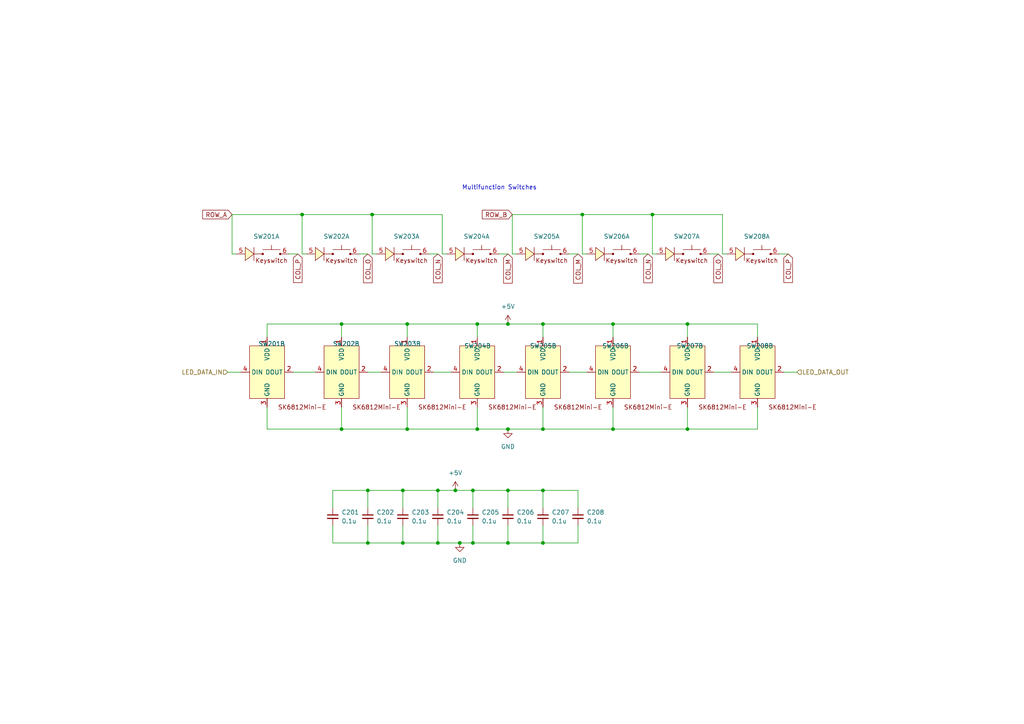
<source format=kicad_sch>
(kicad_sch (version 20211123) (generator eeschema)
  (paper "A4")
  (lib_symbols
    (symbol "Device:C_Small" (pin_numbers hide) (pin_names (offset 0.254) hide)
      (property "Reference" "C" (at 0.254 1.778 0))
      (property "Value" "C_Small" (at 0.254 -2.032 0))
      (symbol "C_Small_0_1"
        (polyline (pts (xy -1.524 -0.508) (xy 1.524 -0.508)) (stroke (width 0.3302)))
        (polyline (pts (xy -1.524 0.508) (xy 1.524 0.508)) (stroke (width 0.3048)))
      )
      (symbol "C_Small_1_1"
        (pin passive line (at 0 2.54 270) (length 2.032) (name "~") (number "1"))
        (pin passive line (at 0 -2.54 90) (length 2.032) (name "~") (number "2"))
      )
    )
    (symbol "Keyswitch-SK6812Mini-E_1"
      (property "Reference" "SW?" (at 3.81 8.89 0))
      (symbol "Keyswitch-SK6812Mini-E_1_1_0"
        (polyline (pts (xy -5.08 0) (xy -2.54 0)))
        (polyline (pts (xy -5.08 1.905) (xy -5.08 -1.905)))
        (polyline (pts (xy -7.62 0) (xy -7.62 -1.905) (xy -5.08 0) (xy -7.62 1.905) (xy -7.62 0)) (fill (type background)))
        (text "Keyswitch" (at 0 -1.905 0) (effects (font (size 1.27 1.27))))
      )
      (symbol "Keyswitch-SK6812Mini-E_1_1_1"
        (circle (center -2.54 0) (radius 0.254) (fill (type outline)))
        (polyline (pts (xy -2.54 1.27) (xy 2.54 1.27)))
        (polyline (pts (xy 0 1.27) (xy 0 2.54)))
        (circle (center 2.54 0) (radius 0.254) (fill (type outline)))
        (pin input line (at -10.16 0 0) (length 2.54) (name "") (number "5"))
        (pin input line (at 5.08 0 180) (length 2.54) (name "") (number "6"))
      )
      (symbol "Keyswitch-SK6812Mini-E_1_2_0"
        (text "SK6812Mini-E" (at 10.16 -10.16 0) (effects (font (size 1.27 1.27))))
      )
      (symbol "Keyswitch-SK6812Mini-E_1_2_1"
        (rectangle (start -5.08 7.62) (end 5.08 -7.62) (fill (type background)))
        (pin power_in line (at 0 10.16 270) (length 2.54) (name "VDD") (number "1"))
        (pin output line (at 7.62 0 180) (length 2.54) (name "DOUT") (number "2"))
        (pin power_in line (at 0 -10.16 90) (length 2.54) (name "GND") (number "3"))
        (pin input line (at -7.62 0 0) (length 2.54) (name "DIN") (number "4"))
      )
    )
    (symbol "Keyswitch-SK6812Mini-E_10"
      (property "Reference" "SW?" (at 3.81 8.89 0))
      (symbol "Keyswitch-SK6812Mini-E_10_1_0"
        (polyline (pts (xy -5.08 0) (xy -2.54 0)))
        (polyline (pts (xy -5.08 1.905) (xy -5.08 -1.905)))
        (polyline (pts (xy -7.62 0) (xy -7.62 -1.905) (xy -5.08 0) (xy -7.62 1.905) (xy -7.62 0)) (fill (type background)))
        (text "Keyswitch" (at 0 -1.905 0) (effects (font (size 1.27 1.27))))
      )
      (symbol "Keyswitch-SK6812Mini-E_10_1_1"
        (circle (center -2.54 0) (radius 0.254) (fill (type outline)))
        (polyline (pts (xy -2.54 1.27) (xy 2.54 1.27)))
        (polyline (pts (xy 0 1.27) (xy 0 2.54)))
        (circle (center 2.54 0) (radius 0.254) (fill (type outline)))
        (pin input line (at -10.16 0 0) (length 2.54) (name "") (number "5"))
        (pin input line (at 5.08 0 180) (length 2.54) (name "") (number "6"))
      )
      (symbol "Keyswitch-SK6812Mini-E_10_2_0"
        (text "SK6812Mini-E" (at 10.16 -10.16 0) (effects (font (size 1.27 1.27))))
      )
      (symbol "Keyswitch-SK6812Mini-E_10_2_1"
        (rectangle (start -5.08 7.62) (end 5.08 -7.62) (fill (type background)))
        (pin power_in line (at 0 10.16 270) (length 2.54) (name "VDD") (number "1"))
        (pin output line (at 7.62 0 180) (length 2.54) (name "DOUT") (number "2"))
        (pin power_in line (at 0 -10.16 90) (length 2.54) (name "GND") (number "3"))
        (pin input line (at -7.62 0 0) (length 2.54) (name "DIN") (number "4"))
      )
    )
    (symbol "Keyswitch-SK6812Mini-E_11"
      (property "Reference" "SW?" (at 3.81 8.89 0))
      (symbol "Keyswitch-SK6812Mini-E_11_1_0"
        (polyline (pts (xy -5.08 0) (xy -2.54 0)))
        (polyline (pts (xy -5.08 1.905) (xy -5.08 -1.905)))
        (polyline (pts (xy -7.62 0) (xy -7.62 -1.905) (xy -5.08 0) (xy -7.62 1.905) (xy -7.62 0)) (fill (type background)))
        (text "Keyswitch" (at 0 -1.905 0) (effects (font (size 1.27 1.27))))
      )
      (symbol "Keyswitch-SK6812Mini-E_11_1_1"
        (circle (center -2.54 0) (radius 0.254) (fill (type outline)))
        (polyline (pts (xy -2.54 1.27) (xy 2.54 1.27)))
        (polyline (pts (xy 0 1.27) (xy 0 2.54)))
        (circle (center 2.54 0) (radius 0.254) (fill (type outline)))
        (pin input line (at -10.16 0 0) (length 2.54) (name "") (number "5"))
        (pin input line (at 5.08 0 180) (length 2.54) (name "") (number "6"))
      )
      (symbol "Keyswitch-SK6812Mini-E_11_2_0"
        (text "SK6812Mini-E" (at 10.16 -10.16 0) (effects (font (size 1.27 1.27))))
      )
      (symbol "Keyswitch-SK6812Mini-E_11_2_1"
        (rectangle (start -5.08 7.62) (end 5.08 -7.62) (fill (type background)))
        (pin power_in line (at 0 10.16 270) (length 2.54) (name "VDD") (number "1"))
        (pin output line (at 7.62 0 180) (length 2.54) (name "DOUT") (number "2"))
        (pin power_in line (at 0 -10.16 90) (length 2.54) (name "GND") (number "3"))
        (pin input line (at -7.62 0 0) (length 2.54) (name "DIN") (number "4"))
      )
    )
    (symbol "Keyswitch-SK6812Mini-E_12"
      (property "Reference" "SW?" (at 3.81 8.89 0))
      (symbol "Keyswitch-SK6812Mini-E_12_1_0"
        (polyline (pts (xy -5.08 0) (xy -2.54 0)))
        (polyline (pts (xy -5.08 1.905) (xy -5.08 -1.905)))
        (polyline (pts (xy -7.62 0) (xy -7.62 -1.905) (xy -5.08 0) (xy -7.62 1.905) (xy -7.62 0)) (fill (type background)))
        (text "Keyswitch" (at 0 -1.905 0) (effects (font (size 1.27 1.27))))
      )
      (symbol "Keyswitch-SK6812Mini-E_12_1_1"
        (circle (center -2.54 0) (radius 0.254) (fill (type outline)))
        (polyline (pts (xy -2.54 1.27) (xy 2.54 1.27)))
        (polyline (pts (xy 0 1.27) (xy 0 2.54)))
        (circle (center 2.54 0) (radius 0.254) (fill (type outline)))
        (pin input line (at -10.16 0 0) (length 2.54) (name "") (number "5"))
        (pin input line (at 5.08 0 180) (length 2.54) (name "") (number "6"))
      )
      (symbol "Keyswitch-SK6812Mini-E_12_2_0"
        (text "SK6812Mini-E" (at 10.16 -10.16 0) (effects (font (size 1.27 1.27))))
      )
      (symbol "Keyswitch-SK6812Mini-E_12_2_1"
        (rectangle (start -5.08 7.62) (end 5.08 -7.62) (fill (type background)))
        (pin power_in line (at 0 10.16 270) (length 2.54) (name "VDD") (number "1"))
        (pin output line (at 7.62 0 180) (length 2.54) (name "DOUT") (number "2"))
        (pin power_in line (at 0 -10.16 90) (length 2.54) (name "GND") (number "3"))
        (pin input line (at -7.62 0 0) (length 2.54) (name "DIN") (number "4"))
      )
    )
    (symbol "Keyswitch-SK6812Mini-E_13"
      (property "Reference" "SW?" (at 3.81 8.89 0))
      (symbol "Keyswitch-SK6812Mini-E_13_1_0"
        (polyline (pts (xy -5.08 0) (xy -2.54 0)))
        (polyline (pts (xy -5.08 1.905) (xy -5.08 -1.905)))
        (polyline (pts (xy -7.62 0) (xy -7.62 -1.905) (xy -5.08 0) (xy -7.62 1.905) (xy -7.62 0)) (fill (type background)))
        (text "Keyswitch" (at 0 -1.905 0) (effects (font (size 1.27 1.27))))
      )
      (symbol "Keyswitch-SK6812Mini-E_13_1_1"
        (circle (center -2.54 0) (radius 0.254) (fill (type outline)))
        (polyline (pts (xy -2.54 1.27) (xy 2.54 1.27)))
        (polyline (pts (xy 0 1.27) (xy 0 2.54)))
        (circle (center 2.54 0) (radius 0.254) (fill (type outline)))
        (pin input line (at -10.16 0 0) (length 2.54) (name "") (number "5"))
        (pin input line (at 5.08 0 180) (length 2.54) (name "") (number "6"))
      )
      (symbol "Keyswitch-SK6812Mini-E_13_2_0"
        (text "SK6812Mini-E" (at 10.16 -10.16 0) (effects (font (size 1.27 1.27))))
      )
      (symbol "Keyswitch-SK6812Mini-E_13_2_1"
        (rectangle (start -5.08 7.62) (end 5.08 -7.62) (fill (type background)))
        (pin power_in line (at 0 10.16 270) (length 2.54) (name "VDD") (number "1"))
        (pin output line (at 7.62 0 180) (length 2.54) (name "DOUT") (number "2"))
        (pin power_in line (at 0 -10.16 90) (length 2.54) (name "GND") (number "3"))
        (pin input line (at -7.62 0 0) (length 2.54) (name "DIN") (number "4"))
      )
    )
    (symbol "Keyswitch-SK6812Mini-E_14"
      (property "Reference" "SW?" (at 3.81 8.89 0))
      (symbol "Keyswitch-SK6812Mini-E_14_1_0"
        (polyline (pts (xy -5.08 0) (xy -2.54 0)))
        (polyline (pts (xy -5.08 1.905) (xy -5.08 -1.905)))
        (polyline (pts (xy -7.62 0) (xy -7.62 -1.905) (xy -5.08 0) (xy -7.62 1.905) (xy -7.62 0)) (fill (type background)))
        (text "Keyswitch" (at 0 -1.905 0) (effects (font (size 1.27 1.27))))
      )
      (symbol "Keyswitch-SK6812Mini-E_14_1_1"
        (circle (center -2.54 0) (radius 0.254) (fill (type outline)))
        (polyline (pts (xy -2.54 1.27) (xy 2.54 1.27)))
        (polyline (pts (xy 0 1.27) (xy 0 2.54)))
        (circle (center 2.54 0) (radius 0.254) (fill (type outline)))
        (pin input line (at -10.16 0 0) (length 2.54) (name "") (number "5"))
        (pin input line (at 5.08 0 180) (length 2.54) (name "") (number "6"))
      )
      (symbol "Keyswitch-SK6812Mini-E_14_2_0"
        (text "SK6812Mini-E" (at 10.16 -10.16 0) (effects (font (size 1.27 1.27))))
      )
      (symbol "Keyswitch-SK6812Mini-E_14_2_1"
        (rectangle (start -5.08 7.62) (end 5.08 -7.62) (fill (type background)))
        (pin power_in line (at 0 10.16 270) (length 2.54) (name "VDD") (number "1"))
        (pin output line (at 7.62 0 180) (length 2.54) (name "DOUT") (number "2"))
        (pin power_in line (at 0 -10.16 90) (length 2.54) (name "GND") (number "3"))
        (pin input line (at -7.62 0 0) (length 2.54) (name "DIN") (number "4"))
      )
    )
    (symbol "Keyswitch-SK6812Mini-E_15"
      (property "Reference" "SW?" (at 3.81 8.89 0))
      (symbol "Keyswitch-SK6812Mini-E_15_1_0"
        (polyline (pts (xy -5.08 0) (xy -2.54 0)))
        (polyline (pts (xy -5.08 1.905) (xy -5.08 -1.905)))
        (polyline (pts (xy -7.62 0) (xy -7.62 -1.905) (xy -5.08 0) (xy -7.62 1.905) (xy -7.62 0)) (fill (type background)))
        (text "Keyswitch" (at 0 -1.905 0) (effects (font (size 1.27 1.27))))
      )
      (symbol "Keyswitch-SK6812Mini-E_15_1_1"
        (circle (center -2.54 0) (radius 0.254) (fill (type outline)))
        (polyline (pts (xy -2.54 1.27) (xy 2.54 1.27)))
        (polyline (pts (xy 0 1.27) (xy 0 2.54)))
        (circle (center 2.54 0) (radius 0.254) (fill (type outline)))
        (pin input line (at -10.16 0 0) (length 2.54) (name "") (number "5"))
        (pin input line (at 5.08 0 180) (length 2.54) (name "") (number "6"))
      )
      (symbol "Keyswitch-SK6812Mini-E_15_2_0"
        (text "SK6812Mini-E" (at 10.16 -10.16 0) (effects (font (size 1.27 1.27))))
      )
      (symbol "Keyswitch-SK6812Mini-E_15_2_1"
        (rectangle (start -5.08 7.62) (end 5.08 -7.62) (fill (type background)))
        (pin power_in line (at 0 10.16 270) (length 2.54) (name "VDD") (number "1"))
        (pin output line (at 7.62 0 180) (length 2.54) (name "DOUT") (number "2"))
        (pin power_in line (at 0 -10.16 90) (length 2.54) (name "GND") (number "3"))
        (pin input line (at -7.62 0 0) (length 2.54) (name "DIN") (number "4"))
      )
    )
    (symbol "Keyswitch-SK6812Mini-E_19"
      (property "Reference" "SW?" (at 3.81 8.89 0))
      (symbol "Keyswitch-SK6812Mini-E_19_1_0"
        (polyline (pts (xy -5.08 0) (xy -2.54 0)))
        (polyline (pts (xy -5.08 1.905) (xy -5.08 -1.905)))
        (polyline (pts (xy -7.62 0) (xy -7.62 -1.905) (xy -5.08 0) (xy -7.62 1.905) (xy -7.62 0)) (fill (type background)))
        (text "Keyswitch" (at 0 -1.905 0) (effects (font (size 1.27 1.27))))
      )
      (symbol "Keyswitch-SK6812Mini-E_19_1_1"
        (circle (center -2.54 0) (radius 0.254) (fill (type outline)))
        (polyline (pts (xy -2.54 1.27) (xy 2.54 1.27)))
        (polyline (pts (xy 0 1.27) (xy 0 2.54)))
        (circle (center 2.54 0) (radius 0.254) (fill (type outline)))
        (pin input line (at -10.16 0 0) (length 2.54) (name "") (number "5"))
        (pin input line (at 5.08 0 180) (length 2.54) (name "") (number "6"))
      )
      (symbol "Keyswitch-SK6812Mini-E_19_2_0"
        (text "SK6812Mini-E" (at 10.16 -10.16 0) (effects (font (size 1.27 1.27))))
      )
      (symbol "Keyswitch-SK6812Mini-E_19_2_1"
        (rectangle (start -5.08 7.62) (end 5.08 -7.62) (fill (type background)))
        (pin power_in line (at 0 10.16 270) (length 2.54) (name "VDD") (number "1"))
        (pin output line (at 7.62 0 180) (length 2.54) (name "DOUT") (number "2"))
        (pin power_in line (at 0 -10.16 90) (length 2.54) (name "GND") (number "3"))
        (pin input line (at -7.62 0 0) (length 2.54) (name "DIN") (number "4"))
      )
    )
    (symbol "Keyswitch-SK6812Mini-E_2"
      (property "Reference" "SW?" (at 3.81 8.89 0))
      (symbol "Keyswitch-SK6812Mini-E_2_1_0"
        (polyline (pts (xy -5.08 0) (xy -2.54 0)))
        (polyline (pts (xy -5.08 1.905) (xy -5.08 -1.905)))
        (polyline (pts (xy -7.62 0) (xy -7.62 -1.905) (xy -5.08 0) (xy -7.62 1.905) (xy -7.62 0)) (fill (type background)))
        (text "Keyswitch" (at 0 -1.905 0) (effects (font (size 1.27 1.27))))
      )
      (symbol "Keyswitch-SK6812Mini-E_2_1_1"
        (circle (center -2.54 0) (radius 0.254) (fill (type outline)))
        (polyline (pts (xy -2.54 1.27) (xy 2.54 1.27)))
        (polyline (pts (xy 0 1.27) (xy 0 2.54)))
        (circle (center 2.54 0) (radius 0.254) (fill (type outline)))
        (pin input line (at -10.16 0 0) (length 2.54) (name "") (number "5"))
        (pin input line (at 5.08 0 180) (length 2.54) (name "") (number "6"))
      )
      (symbol "Keyswitch-SK6812Mini-E_2_2_0"
        (text "SK6812Mini-E" (at 10.16 -10.16 0) (effects (font (size 1.27 1.27))))
      )
      (symbol "Keyswitch-SK6812Mini-E_2_2_1"
        (rectangle (start -5.08 7.62) (end 5.08 -7.62) (fill (type background)))
        (pin power_in line (at 0 10.16 270) (length 2.54) (name "VDD") (number "1"))
        (pin output line (at 7.62 0 180) (length 2.54) (name "DOUT") (number "2"))
        (pin power_in line (at 0 -10.16 90) (length 2.54) (name "GND") (number "3"))
        (pin input line (at -7.62 0 0) (length 2.54) (name "DIN") (number "4"))
      )
    )
    (symbol "Keyswitch-SK6812Mini-E_3"
      (property "Reference" "SW?" (at 3.81 8.89 0))
      (symbol "Keyswitch-SK6812Mini-E_3_1_0"
        (polyline (pts (xy -5.08 0) (xy -2.54 0)))
        (polyline (pts (xy -5.08 1.905) (xy -5.08 -1.905)))
        (polyline (pts (xy -7.62 0) (xy -7.62 -1.905) (xy -5.08 0) (xy -7.62 1.905) (xy -7.62 0)) (fill (type background)))
        (text "Keyswitch" (at 0 -1.905 0) (effects (font (size 1.27 1.27))))
      )
      (symbol "Keyswitch-SK6812Mini-E_3_1_1"
        (circle (center -2.54 0) (radius 0.254) (fill (type outline)))
        (polyline (pts (xy -2.54 1.27) (xy 2.54 1.27)))
        (polyline (pts (xy 0 1.27) (xy 0 2.54)))
        (circle (center 2.54 0) (radius 0.254) (fill (type outline)))
        (pin input line (at -10.16 0 0) (length 2.54) (name "") (number "5"))
        (pin input line (at 5.08 0 180) (length 2.54) (name "") (number "6"))
      )
      (symbol "Keyswitch-SK6812Mini-E_3_2_0"
        (text "SK6812Mini-E" (at 10.16 -10.16 0) (effects (font (size 1.27 1.27))))
      )
      (symbol "Keyswitch-SK6812Mini-E_3_2_1"
        (rectangle (start -5.08 7.62) (end 5.08 -7.62) (fill (type background)))
        (pin power_in line (at 0 10.16 270) (length 2.54) (name "VDD") (number "1"))
        (pin output line (at 7.62 0 180) (length 2.54) (name "DOUT") (number "2"))
        (pin power_in line (at 0 -10.16 90) (length 2.54) (name "GND") (number "3"))
        (pin input line (at -7.62 0 0) (length 2.54) (name "DIN") (number "4"))
      )
    )
    (symbol "Keyswitch-SK6812Mini-E_4"
      (property "Reference" "SW?" (at 3.81 8.89 0))
      (symbol "Keyswitch-SK6812Mini-E_4_1_0"
        (polyline (pts (xy -5.08 0) (xy -2.54 0)))
        (polyline (pts (xy -5.08 1.905) (xy -5.08 -1.905)))
        (polyline (pts (xy -7.62 0) (xy -7.62 -1.905) (xy -5.08 0) (xy -7.62 1.905) (xy -7.62 0)) (fill (type background)))
        (text "Keyswitch" (at 0 -1.905 0) (effects (font (size 1.27 1.27))))
      )
      (symbol "Keyswitch-SK6812Mini-E_4_1_1"
        (circle (center -2.54 0) (radius 0.254) (fill (type outline)))
        (polyline (pts (xy -2.54 1.27) (xy 2.54 1.27)))
        (polyline (pts (xy 0 1.27) (xy 0 2.54)))
        (circle (center 2.54 0) (radius 0.254) (fill (type outline)))
        (pin input line (at -10.16 0 0) (length 2.54) (name "") (number "5"))
        (pin input line (at 5.08 0 180) (length 2.54) (name "") (number "6"))
      )
      (symbol "Keyswitch-SK6812Mini-E_4_2_0"
        (text "SK6812Mini-E" (at 10.16 -10.16 0) (effects (font (size 1.27 1.27))))
      )
      (symbol "Keyswitch-SK6812Mini-E_4_2_1"
        (rectangle (start -5.08 7.62) (end 5.08 -7.62) (fill (type background)))
        (pin power_in line (at 0 10.16 270) (length 2.54) (name "VDD") (number "1"))
        (pin output line (at 7.62 0 180) (length 2.54) (name "DOUT") (number "2"))
        (pin power_in line (at 0 -10.16 90) (length 2.54) (name "GND") (number "3"))
        (pin input line (at -7.62 0 0) (length 2.54) (name "DIN") (number "4"))
      )
    )
    (symbol "Keyswitch-SK6812Mini-E_5"
      (property "Reference" "SW?" (at 3.81 8.89 0))
      (symbol "Keyswitch-SK6812Mini-E_5_1_0"
        (polyline (pts (xy -5.08 0) (xy -2.54 0)))
        (polyline (pts (xy -5.08 1.905) (xy -5.08 -1.905)))
        (polyline (pts (xy -7.62 0) (xy -7.62 -1.905) (xy -5.08 0) (xy -7.62 1.905) (xy -7.62 0)) (fill (type background)))
        (text "Keyswitch" (at 0 -1.905 0) (effects (font (size 1.27 1.27))))
      )
      (symbol "Keyswitch-SK6812Mini-E_5_1_1"
        (circle (center -2.54 0) (radius 0.254) (fill (type outline)))
        (polyline (pts (xy -2.54 1.27) (xy 2.54 1.27)))
        (polyline (pts (xy 0 1.27) (xy 0 2.54)))
        (circle (center 2.54 0) (radius 0.254) (fill (type outline)))
        (pin input line (at -10.16 0 0) (length 2.54) (name "") (number "5"))
        (pin input line (at 5.08 0 180) (length 2.54) (name "") (number "6"))
      )
      (symbol "Keyswitch-SK6812Mini-E_5_2_0"
        (text "SK6812Mini-E" (at 10.16 -10.16 0) (effects (font (size 1.27 1.27))))
      )
      (symbol "Keyswitch-SK6812Mini-E_5_2_1"
        (rectangle (start -5.08 7.62) (end 5.08 -7.62) (fill (type background)))
        (pin power_in line (at 0 10.16 270) (length 2.54) (name "VDD") (number "1"))
        (pin output line (at 7.62 0 180) (length 2.54) (name "DOUT") (number "2"))
        (pin power_in line (at 0 -10.16 90) (length 2.54) (name "GND") (number "3"))
        (pin input line (at -7.62 0 0) (length 2.54) (name "DIN") (number "4"))
      )
    )
    (symbol "Keyswitch-SK6812Mini-E_6"
      (property "Reference" "SW?" (at 3.81 8.89 0))
      (symbol "Keyswitch-SK6812Mini-E_6_1_0"
        (polyline (pts (xy -5.08 0) (xy -2.54 0)))
        (polyline (pts (xy -5.08 1.905) (xy -5.08 -1.905)))
        (polyline (pts (xy -7.62 0) (xy -7.62 -1.905) (xy -5.08 0) (xy -7.62 1.905) (xy -7.62 0)) (fill (type background)))
        (text "Keyswitch" (at 0 -1.905 0) (effects (font (size 1.27 1.27))))
      )
      (symbol "Keyswitch-SK6812Mini-E_6_1_1"
        (circle (center -2.54 0) (radius 0.254) (fill (type outline)))
        (polyline (pts (xy -2.54 1.27) (xy 2.54 1.27)))
        (polyline (pts (xy 0 1.27) (xy 0 2.54)))
        (circle (center 2.54 0) (radius 0.254) (fill (type outline)))
        (pin input line (at -10.16 0 0) (length 2.54) (name "") (number "5"))
        (pin input line (at 5.08 0 180) (length 2.54) (name "") (number "6"))
      )
      (symbol "Keyswitch-SK6812Mini-E_6_2_0"
        (text "SK6812Mini-E" (at 10.16 -10.16 0) (effects (font (size 1.27 1.27))))
      )
      (symbol "Keyswitch-SK6812Mini-E_6_2_1"
        (rectangle (start -5.08 7.62) (end 5.08 -7.62) (fill (type background)))
        (pin power_in line (at 0 10.16 270) (length 2.54) (name "VDD") (number "1"))
        (pin output line (at 7.62 0 180) (length 2.54) (name "DOUT") (number "2"))
        (pin power_in line (at 0 -10.16 90) (length 2.54) (name "GND") (number "3"))
        (pin input line (at -7.62 0 0) (length 2.54) (name "DIN") (number "4"))
      )
    )
    (symbol "Keyswitch-SK6812Mini-E_7"
      (property "Reference" "SW?" (at 3.81 8.89 0))
      (symbol "Keyswitch-SK6812Mini-E_7_1_0"
        (polyline (pts (xy -5.08 0) (xy -2.54 0)))
        (polyline (pts (xy -5.08 1.905) (xy -5.08 -1.905)))
        (polyline (pts (xy -7.62 0) (xy -7.62 -1.905) (xy -5.08 0) (xy -7.62 1.905) (xy -7.62 0)) (fill (type background)))
        (text "Keyswitch" (at 0 -1.905 0) (effects (font (size 1.27 1.27))))
      )
      (symbol "Keyswitch-SK6812Mini-E_7_1_1"
        (circle (center -2.54 0) (radius 0.254) (fill (type outline)))
        (polyline (pts (xy -2.54 1.27) (xy 2.54 1.27)))
        (polyline (pts (xy 0 1.27) (xy 0 2.54)))
        (circle (center 2.54 0) (radius 0.254) (fill (type outline)))
        (pin input line (at -10.16 0 0) (length 2.54) (name "") (number "5"))
        (pin input line (at 5.08 0 180) (length 2.54) (name "") (number "6"))
      )
      (symbol "Keyswitch-SK6812Mini-E_7_2_0"
        (text "SK6812Mini-E" (at 10.16 -10.16 0) (effects (font (size 1.27 1.27))))
      )
      (symbol "Keyswitch-SK6812Mini-E_7_2_1"
        (rectangle (start -5.08 7.62) (end 5.08 -7.62) (fill (type background)))
        (pin power_in line (at 0 10.16 270) (length 2.54) (name "VDD") (number "1"))
        (pin output line (at 7.62 0 180) (length 2.54) (name "DOUT") (number "2"))
        (pin power_in line (at 0 -10.16 90) (length 2.54) (name "GND") (number "3"))
        (pin input line (at -7.62 0 0) (length 2.54) (name "DIN") (number "4"))
      )
    )
    (symbol "Keyswitch-SK6812Mini-E_8"
      (property "Reference" "SW?" (at 3.81 8.89 0))
      (symbol "Keyswitch-SK6812Mini-E_8_1_0"
        (polyline (pts (xy -5.08 0) (xy -2.54 0)))
        (polyline (pts (xy -5.08 1.905) (xy -5.08 -1.905)))
        (polyline (pts (xy -7.62 0) (xy -7.62 -1.905) (xy -5.08 0) (xy -7.62 1.905) (xy -7.62 0)) (fill (type background)))
        (text "Keyswitch" (at 0 -1.905 0) (effects (font (size 1.27 1.27))))
      )
      (symbol "Keyswitch-SK6812Mini-E_8_1_1"
        (circle (center -2.54 0) (radius 0.254) (fill (type outline)))
        (polyline (pts (xy -2.54 1.27) (xy 2.54 1.27)))
        (polyline (pts (xy 0 1.27) (xy 0 2.54)))
        (circle (center 2.54 0) (radius 0.254) (fill (type outline)))
        (pin input line (at -10.16 0 0) (length 2.54) (name "") (number "5"))
        (pin input line (at 5.08 0 180) (length 2.54) (name "") (number "6"))
      )
      (symbol "Keyswitch-SK6812Mini-E_8_2_0"
        (text "SK6812Mini-E" (at 10.16 -10.16 0) (effects (font (size 1.27 1.27))))
      )
      (symbol "Keyswitch-SK6812Mini-E_8_2_1"
        (rectangle (start -5.08 7.62) (end 5.08 -7.62) (fill (type background)))
        (pin power_in line (at 0 10.16 270) (length 2.54) (name "VDD") (number "1"))
        (pin output line (at 7.62 0 180) (length 2.54) (name "DOUT") (number "2"))
        (pin power_in line (at 0 -10.16 90) (length 2.54) (name "GND") (number "3"))
        (pin input line (at -7.62 0 0) (length 2.54) (name "DIN") (number "4"))
      )
    )
    (symbol "Keyswitch-SK6812Mini-E_9"
      (property "Reference" "SW?" (at 3.81 8.89 0))
      (symbol "Keyswitch-SK6812Mini-E_9_1_0"
        (polyline (pts (xy -5.08 0) (xy -2.54 0)))
        (polyline (pts (xy -5.08 1.905) (xy -5.08 -1.905)))
        (polyline (pts (xy -7.62 0) (xy -7.62 -1.905) (xy -5.08 0) (xy -7.62 1.905) (xy -7.62 0)) (fill (type background)))
        (text "Keyswitch" (at 0 -1.905 0) (effects (font (size 1.27 1.27))))
      )
      (symbol "Keyswitch-SK6812Mini-E_9_1_1"
        (circle (center -2.54 0) (radius 0.254) (fill (type outline)))
        (polyline (pts (xy -2.54 1.27) (xy 2.54 1.27)))
        (polyline (pts (xy 0 1.27) (xy 0 2.54)))
        (circle (center 2.54 0) (radius 0.254) (fill (type outline)))
        (pin input line (at -10.16 0 0) (length 2.54) (name "") (number "5"))
        (pin input line (at 5.08 0 180) (length 2.54) (name "") (number "6"))
      )
      (symbol "Keyswitch-SK6812Mini-E_9_2_0"
        (text "SK6812Mini-E" (at 10.16 -10.16 0) (effects (font (size 1.27 1.27))))
      )
      (symbol "Keyswitch-SK6812Mini-E_9_2_1"
        (rectangle (start -5.08 7.62) (end 5.08 -7.62) (fill (type background)))
        (pin power_in line (at 0 10.16 270) (length 2.54) (name "VDD") (number "1"))
        (pin output line (at 7.62 0 180) (length 2.54) (name "DOUT") (number "2"))
        (pin power_in line (at 0 -10.16 90) (length 2.54) (name "GND") (number "3"))
        (pin input line (at -7.62 0 0) (length 2.54) (name "DIN") (number "4"))
      )
    )
    (symbol "power:+5V" (power) (pin_names (offset 0))
      (property "Value" "+5V" (at 0 3.556 0))
      (symbol "+5V_0_1"
        (polyline (pts (xy -0.762 1.27) (xy 0 2.54)))
        (polyline (pts (xy 0 0) (xy 0 2.54)))
        (polyline (pts (xy 0 2.54) (xy 0.762 1.27)))
      )
      (symbol "+5V_1_1"
        (pin power_in line (at 0 0 90) (length 0) hide (name "+5V") (number "1"))
      )
    )
    (symbol "power:GND" (power) (pin_names (offset 0))
      (property "Value" "GND" (at 0 -3.81 0))
      (symbol "GND_0_1"
        (polyline (pts (xy 0 0) (xy 0 -1.27) (xy 1.27 -1.27) (xy 0 -2.54) (xy -1.27 -1.27) (xy 0 -1.27)))
      )
      (symbol "GND_1_1"
        (pin power_in line (at 0 0 270) (length 0) hide (name "GND") (number "1"))
      )
    )
  )
  (junction (at 177.8 124.46))
  (junction (at 168.91 62.23))
  (junction (at 177.8 93.98))
  (junction (at 147.32 124.46))
  (junction (at 137.16 157.48))
  (junction (at 189.23 62.23))
  (junction (at 99.06 93.98))
  (junction (at 107.95 62.23))
  (junction (at 157.48 93.98))
  (junction (at 157.48 124.46))
  (junction (at 157.48 157.48))
  (junction (at 138.43 93.98))
  (junction (at 147.32 157.48))
  (junction (at 147.32 93.98))
  (junction (at 137.16 142.24))
  (junction (at 157.48 142.24))
  (junction (at 118.11 93.98))
  (junction (at 116.84 142.24))
  (junction (at 147.32 142.24))
  (junction (at 133.35 157.48))
  (junction (at 199.39 93.98))
  (junction (at 127 157.48))
  (junction (at 87.63 62.23))
  (junction (at 138.43 124.46))
  (junction (at 106.68 157.48))
  (junction (at 99.06 124.46))
  (junction (at 127 142.24))
  (junction (at 132.08 142.24))
  (junction (at 116.84 157.48))
  (junction (at 118.11 124.46))
  (junction (at 199.39 124.46))
  (junction (at 106.68 142.24))
  (wire (pts (xy 99.06 124.46) (xy 99.06 118.11)))
  (wire (pts (xy 127 152.4) (xy 127 157.48)))
  (wire (pts (xy 144.78 73.66) (xy 147.32 73.66)))
  (wire (pts (xy 165.1 107.95) (xy 170.18 107.95)))
  (wire (pts (xy 157.48 157.48) (xy 147.32 157.48)))
  (wire (pts (xy 199.39 93.98) (xy 219.71 93.98)))
  (wire (pts (xy 167.64 147.32) (xy 167.64 142.24)))
  (wire (pts (xy 87.63 62.23) (xy 87.63 73.66)))
  (wire (pts (xy 147.32 142.24) (xy 137.16 142.24)))
  (wire (pts (xy 177.8 118.11) (xy 177.8 124.46)))
  (wire (pts (xy 85.09 107.95) (xy 91.44 107.95)))
  (wire (pts (xy 106.68 107.95) (xy 110.49 107.95)))
  (wire (pts (xy 128.27 73.66) (xy 129.54 73.66)))
  (wire (pts (xy 168.91 62.23) (xy 168.91 73.66)))
  (wire (pts (xy 209.55 73.66) (xy 210.82 73.66)))
  (wire (pts (xy 106.68 152.4) (xy 106.68 157.48)))
  (wire (pts (xy 118.11 93.98) (xy 118.11 97.79)))
  (wire (pts (xy 99.06 93.98) (xy 118.11 93.98)))
  (wire (pts (xy 128.27 62.23) (xy 128.27 73.66)))
  (wire (pts (xy 148.59 62.23) (xy 148.59 73.66)))
  (wire (pts (xy 118.11 124.46) (xy 118.11 118.11)))
  (wire (pts (xy 177.8 93.98) (xy 177.8 97.79)))
  (wire (pts (xy 67.31 73.66) (xy 68.58 73.66)))
  (wire (pts (xy 189.23 62.23) (xy 209.55 62.23)))
  (wire (pts (xy 157.48 152.4) (xy 157.48 157.48)))
  (wire (pts (xy 167.64 142.24) (xy 157.48 142.24)))
  (wire (pts (xy 127 142.24) (xy 127 147.32)))
  (wire (pts (xy 148.59 62.23) (xy 168.91 62.23)))
  (wire (pts (xy 106.68 142.24) (xy 116.84 142.24)))
  (wire (pts (xy 147.32 93.98) (xy 157.48 93.98)))
  (wire (pts (xy 83.82 73.66) (xy 86.36 73.66)))
  (wire (pts (xy 227.33 107.95) (xy 231.14 107.95)))
  (wire (pts (xy 226.06 73.66) (xy 228.6 73.66)))
  (wire (pts (xy 167.64 152.4) (xy 167.64 157.48)))
  (wire (pts (xy 157.48 118.11) (xy 157.48 124.46)))
  (wire (pts (xy 96.52 152.4) (xy 96.52 157.48)))
  (wire (pts (xy 168.91 62.23) (xy 189.23 62.23)))
  (wire (pts (xy 106.68 157.48) (xy 116.84 157.48)))
  (wire (pts (xy 137.16 142.24) (xy 137.16 147.32)))
  (wire (pts (xy 148.59 73.66) (xy 149.86 73.66)))
  (wire (pts (xy 125.73 107.95) (xy 130.81 107.95)))
  (wire (pts (xy 137.16 152.4) (xy 137.16 157.48)))
  (wire (pts (xy 118.11 124.46) (xy 99.06 124.46)))
  (wire (pts (xy 127 157.48) (xy 133.35 157.48)))
  (wire (pts (xy 127 142.24) (xy 132.08 142.24)))
  (wire (pts (xy 67.31 62.23) (xy 87.63 62.23)))
  (wire (pts (xy 147.32 124.46) (xy 138.43 124.46)))
  (wire (pts (xy 189.23 62.23) (xy 189.23 73.66)))
  (wire (pts (xy 157.48 142.24) (xy 147.32 142.24)))
  (wire (pts (xy 99.06 124.46) (xy 77.47 124.46)))
  (wire (pts (xy 99.06 93.98) (xy 99.06 97.79)))
  (wire (pts (xy 104.14 73.66) (xy 106.68 73.66)))
  (wire (pts (xy 137.16 142.24) (xy 132.08 142.24)))
  (wire (pts (xy 199.39 93.98) (xy 199.39 97.79)))
  (wire (pts (xy 116.84 157.48) (xy 127 157.48)))
  (wire (pts (xy 167.64 157.48) (xy 157.48 157.48)))
  (wire (pts (xy 219.71 93.98) (xy 219.71 97.79)))
  (wire (pts (xy 96.52 147.32) (xy 96.52 142.24)))
  (wire (pts (xy 124.46 73.66) (xy 127 73.66)))
  (wire (pts (xy 116.84 142.24) (xy 116.84 147.32)))
  (wire (pts (xy 138.43 124.46) (xy 138.43 118.11)))
  (wire (pts (xy 199.39 124.46) (xy 177.8 124.46)))
  (wire (pts (xy 66.04 107.95) (xy 69.85 107.95)))
  (wire (pts (xy 77.47 93.98) (xy 99.06 93.98)))
  (wire (pts (xy 207.01 107.95) (xy 212.09 107.95)))
  (wire (pts (xy 185.42 73.66) (xy 187.96 73.66)))
  (wire (pts (xy 157.48 93.98) (xy 157.48 97.79)))
  (wire (pts (xy 107.95 62.23) (xy 107.95 73.66)))
  (wire (pts (xy 106.68 142.24) (xy 106.68 147.32)))
  (wire (pts (xy 96.52 142.24) (xy 106.68 142.24)))
  (wire (pts (xy 168.91 73.66) (xy 170.18 73.66)))
  (wire (pts (xy 165.1 73.66) (xy 167.64 73.66)))
  (wire (pts (xy 138.43 93.98) (xy 147.32 93.98)))
  (wire (pts (xy 147.32 142.24) (xy 147.32 147.32)))
  (wire (pts (xy 118.11 93.98) (xy 138.43 93.98)))
  (wire (pts (xy 219.71 118.11) (xy 219.71 124.46)))
  (wire (pts (xy 199.39 118.11) (xy 199.39 124.46)))
  (wire (pts (xy 107.95 62.23) (xy 128.27 62.23)))
  (wire (pts (xy 147.32 157.48) (xy 137.16 157.48)))
  (wire (pts (xy 157.48 93.98) (xy 177.8 93.98)))
  (wire (pts (xy 77.47 124.46) (xy 77.47 118.11)))
  (wire (pts (xy 116.84 142.24) (xy 127 142.24)))
  (wire (pts (xy 138.43 124.46) (xy 118.11 124.46)))
  (wire (pts (xy 157.48 142.24) (xy 157.48 147.32)))
  (wire (pts (xy 177.8 124.46) (xy 157.48 124.46)))
  (wire (pts (xy 77.47 93.98) (xy 77.47 97.79)))
  (wire (pts (xy 177.8 93.98) (xy 199.39 93.98)))
  (wire (pts (xy 209.55 62.23) (xy 209.55 73.66)))
  (wire (pts (xy 205.74 73.66) (xy 208.28 73.66)))
  (wire (pts (xy 138.43 93.98) (xy 138.43 97.79)))
  (wire (pts (xy 87.63 73.66) (xy 88.9 73.66)))
  (wire (pts (xy 137.16 157.48) (xy 133.35 157.48)))
  (wire (pts (xy 116.84 152.4) (xy 116.84 157.48)))
  (wire (pts (xy 147.32 152.4) (xy 147.32 157.48)))
  (wire (pts (xy 185.42 107.95) (xy 191.77 107.95)))
  (wire (pts (xy 87.63 62.23) (xy 107.95 62.23)))
  (wire (pts (xy 146.05 107.95) (xy 149.86 107.95)))
  (wire (pts (xy 67.31 62.23) (xy 67.31 73.66)))
  (wire (pts (xy 219.71 124.46) (xy 199.39 124.46)))
  (wire (pts (xy 96.52 157.48) (xy 106.68 157.48)))
  (wire (pts (xy 189.23 73.66) (xy 190.5 73.66)))
  (wire (pts (xy 157.48 124.46) (xy 147.32 124.46)))
  (wire (pts (xy 107.95 73.66) (xy 109.22 73.66)))
  (text "Multifunction Switches" (at 133.985 55.245 0) (effects (font (size 1.27 1.27)) (justify left bottom)))
  (global_label "COL_O" (shape input) (at 208.28 73.66 270) (property "Intersheet References" "${INTERSHEET_REFS}" (effects hide)))
  (global_label "COL_M" (shape input) (at 167.64 73.66 270) (property "Intersheet References" "${INTERSHEET_REFS}" (effects hide)))
  (global_label "ROW_A" (shape input) (at 67.31 62.23 180) (property "Intersheet References" "${INTERSHEET_REFS}" (effects hide)))
  (global_label "COL_M" (shape input) (at 147.32 73.66 270) (property "Intersheet References" "${INTERSHEET_REFS}" (effects hide)))
  (global_label "COL_N" (shape input) (at 187.96 73.66 270) (property "Intersheet References" "${INTERSHEET_REFS}" (effects hide)))
  (global_label "ROW_B" (shape input) (at 148.59 62.23 180) (property "Intersheet References" "${INTERSHEET_REFS}" (effects hide)))
  (global_label "COL_P" (shape input) (at 228.6 73.66 270) (property "Intersheet References" "${INTERSHEET_REFS}" (effects hide)))
  (global_label "COL_N" (shape input) (at 127 73.66 270) (property "Intersheet References" "${INTERSHEET_REFS}" (effects hide)))
  (global_label "COL_O" (shape input) (at 106.68 73.66 270) (property "Intersheet References" "${INTERSHEET_REFS}" (effects hide)))
  (global_label "COL_P" (shape input) (at 86.36 73.66 270) (property "Intersheet References" "${INTERSHEET_REFS}" (effects hide)))
  (hierarchical_label "LED_DATA_OUT" (shape input) (at 231.14 107.95 0))
  (hierarchical_label "LED_DATA_IN" (shape input) (at 66.04 107.95 180))
  (symbol (lib_name "Keyswitch-SK6812Mini-E_14") (lib_id "BVH_Switches_Inputs:Keyswitch-SK6812Mini-E") (at 99.06 107.95 0) (unit 2)
    (property "Reference" "SW202" (at 96.52 99.695 0) (effects (justify left)))
    (property "Value" "Keyswitch-SK6812Mini-E" (effects hide))
    (property "Footprint" "BVH_Switches:Keyswitch_Choc_w_SK6812Mini-E_Back_SOD-103_Diode_LtoR" (effects hide))
  )
  (symbol (lib_id "Device:C_Small") (at 127 149.86 0) (unit 1)
    (property "Reference" "C204" (at 129.54 148.5962 0) (effects (justify left)))
    (property "Value" "0.1u" (at 129.54 151.1362 0) (effects (justify left)))
    (property "Footprint" "Capacitor_SMD:C_1206_3216Metric_Pad1.33x1.80mm_HandSolder" (effects hide))
  )
  (symbol (lib_name "Keyswitch-SK6812Mini-E_2") (lib_id "BVH_Switches_Inputs:Keyswitch-SK6812Mini-E") (at 78.74 73.66 0) (unit 1)
    (property "Reference" "SW201" (at 77.2829 68.58 0))
    (property "Value" "Keyswitch-SK6812Mini-E" (effects hide))
    (property "Footprint" "BVH_Switches:Keyswitch_Choc_w_SK6812Mini-E_Back_SOD-103_Diode_LtoR" (effects hide))
  )
  (symbol (lib_name "Keyswitch-SK6812Mini-E_9") (lib_id "BVH_Switches_Inputs:Keyswitch-SK6812Mini-E") (at 199.39 107.95 0) (unit 2)
    (property "Reference" "SW207" (at 196.215 100.33 0) (effects (justify left)))
    (property "Value" "Keyswitch-SK6812Mini-E" (effects hide))
    (property "Footprint" "BVH_Switches:Keyswitch_Choc_w_SK6812Mini-E_Back_SOD-103_Diode_LtoR" (effects hide))
  )
  (symbol (lib_name "Keyswitch-SK6812Mini-E_19") (lib_id "BVH_Switches_Inputs:Keyswitch-SK6812Mini-E") (at 220.98 73.66 0) (unit 1)
    (property "Reference" "SW208" (at 219.5229 68.58 0))
    (property "Value" "Keyswitch-SK6812Mini-E" (effects hide))
    (property "Footprint" "BVH_Switches:Keyswitch_Choc_w_SK6812Mini-E_Back_SOD-103_Diode_LtoR" (effects hide))
  )
  (symbol (lib_id "Device:C_Small") (at 147.32 149.86 0) (unit 1)
    (property "Reference" "C206" (at 149.86 148.5962 0) (effects (justify left)))
    (property "Value" "0.1u" (at 149.86 151.1362 0) (effects (justify left)))
    (property "Footprint" "Capacitor_SMD:C_1206_3216Metric_Pad1.33x1.80mm_HandSolder" (effects hide))
  )
  (symbol (lib_id "Device:C_Small") (at 167.64 149.86 0) (unit 1)
    (property "Reference" "C208" (at 170.18 148.5962 0) (effects (justify left)))
    (property "Value" "0.1u" (at 170.18 151.1362 0) (effects (justify left)))
    (property "Footprint" "Capacitor_SMD:C_1206_3216Metric_Pad1.33x1.80mm_HandSolder" (effects hide))
  )
  (symbol (lib_name "Keyswitch-SK6812Mini-E_6") (lib_id "BVH_Switches_Inputs:Keyswitch-SK6812Mini-E") (at 180.34 73.66 0) (unit 1)
    (property "Reference" "SW206" (at 178.8829 68.58 0))
    (property "Value" "Keyswitch-SK6812Mini-E" (effects hide))
    (property "Footprint" "BVH_Switches:Keyswitch_Choc_w_SK6812Mini-E_Back_SOD-103_Diode_LtoR" (effects hide))
  )
  (symbol (lib_id "Device:C_Small") (at 137.16 149.86 0) (unit 1)
    (property "Reference" "C205" (at 139.7 148.5962 0) (effects (justify left)))
    (property "Value" "0.1u" (at 139.7 151.1362 0) (effects (justify left)))
    (property "Footprint" "Capacitor_SMD:C_1206_3216Metric_Pad1.33x1.80mm_HandSolder" (effects hide))
  )
  (symbol (lib_id "power:+5V") (at 132.08 142.24 0) (unit 1)
    (property "Reference" "#PWR0203" (effects hide))
    (property "Value" "+5V" (at 132.08 137.16 0))
  )
  (symbol (lib_name "Keyswitch-SK6812Mini-E_7") (lib_id "BVH_Switches_Inputs:Keyswitch-SK6812Mini-E") (at 118.11 107.95 0) (unit 2)
    (property "Reference" "SW203" (at 114.3 99.695 0) (effects (justify left)))
    (property "Value" "Keyswitch-SK6812Mini-E" (effects hide))
    (property "Footprint" "BVH_Switches:Keyswitch_Choc_w_SK6812Mini-E_Back_SOD-103_Diode_LtoR" (effects hide))
  )
  (symbol (lib_name "Keyswitch-SK6812Mini-E_11") (lib_id "BVH_Switches_Inputs:Keyswitch-SK6812Mini-E") (at 157.48 107.95 0) (unit 2)
    (property "Reference" "SW205" (at 153.67 100.33 0) (effects (justify left)))
    (property "Value" "Keyswitch-SK6812Mini-E" (effects hide))
    (property "Footprint" "BVH_Switches:Keyswitch_Choc_w_SK6812Mini-E_Back_SOD-103_Diode_LtoR" (effects hide))
  )
  (symbol (lib_name "Keyswitch-SK6812Mini-E_1") (lib_id "BVH_Switches_Inputs:Keyswitch-SK6812Mini-E") (at 99.06 73.66 0) (unit 1)
    (property "Reference" "SW202" (at 97.6029 68.58 0))
    (property "Value" "Keyswitch-SK6812Mini-E" (effects hide))
    (property "Footprint" "BVH_Switches:Keyswitch_Choc_w_SK6812Mini-E_Back_SOD-103_Diode_LtoR" (effects hide))
  )
  (symbol (lib_id "power:+5V") (at 147.32 93.98 0) (unit 1)
    (property "Reference" "#PWR0201" (effects hide))
    (property "Value" "+5V" (at 147.32 88.9 0))
  )
  (symbol (lib_id "Device:C_Small") (at 106.68 149.86 0) (unit 1)
    (property "Reference" "C202" (at 109.22 148.5962 0) (effects (justify left)))
    (property "Value" "0.1u" (at 109.22 151.1362 0) (effects (justify left)))
    (property "Footprint" "Capacitor_SMD:C_1206_3216Metric_Pad1.33x1.80mm_HandSolder" (effects hide))
  )
  (symbol (lib_name "Keyswitch-SK6812Mini-E_15") (lib_id "BVH_Switches_Inputs:Keyswitch-SK6812Mini-E") (at 200.66 73.66 0) (unit 1)
    (property "Reference" "SW207" (at 199.2029 68.58 0))
    (property "Value" "Keyswitch-SK6812Mini-E" (effects hide))
    (property "Footprint" "BVH_Switches:Keyswitch_Choc_w_SK6812Mini-E_Back_SOD-103_Diode_LtoR" (effects hide))
  )
  (symbol (lib_name "Keyswitch-SK6812Mini-E_3") (lib_id "BVH_Switches_Inputs:Keyswitch-SK6812Mini-E") (at 119.38 73.66 0) (unit 1)
    (property "Reference" "SW203" (at 117.9229 68.58 0))
    (property "Value" "Keyswitch-SK6812Mini-E" (effects hide))
    (property "Footprint" "BVH_Switches:Keyswitch_Choc_w_SK6812Mini-E_Back_SOD-103_Diode_LtoR" (effects hide))
  )
  (symbol (lib_id "Device:C_Small") (at 157.48 149.86 0) (unit 1)
    (property "Reference" "C207" (at 160.02 148.5962 0) (effects (justify left)))
    (property "Value" "0.1u" (at 160.02 151.1362 0) (effects (justify left)))
    (property "Footprint" "Capacitor_SMD:C_1206_3216Metric_Pad1.33x1.80mm_HandSolder" (effects hide))
  )
  (symbol (lib_name "Keyswitch-SK6812Mini-E_4") (lib_id "BVH_Switches_Inputs:Keyswitch-SK6812Mini-E") (at 139.7 73.66 0) (unit 1)
    (property "Reference" "SW204" (at 138.2429 68.58 0))
    (property "Value" "Keyswitch-SK6812Mini-E" (effects hide))
    (property "Footprint" "BVH_Switches:Keyswitch_Choc_w_SK6812Mini-E_Back_SOD-103_Diode_LtoR" (effects hide))
  )
  (symbol (lib_id "Device:C_Small") (at 116.84 149.86 0) (unit 1)
    (property "Reference" "C203" (at 119.38 148.5962 0) (effects (justify left)))
    (property "Value" "0.1u" (at 119.38 151.1362 0) (effects (justify left)))
    (property "Footprint" "Capacitor_SMD:C_1206_3216Metric_Pad1.33x1.80mm_HandSolder" (effects hide))
  )
  (symbol (lib_id "power:GND") (at 133.35 157.48 0) (unit 1)
    (property "Reference" "#PWR0204" (effects hide))
    (property "Value" "GND" (at 133.35 162.56 0))
  )
  (symbol (lib_name "Keyswitch-SK6812Mini-E_10") (lib_id "BVH_Switches_Inputs:Keyswitch-SK6812Mini-E") (at 177.8 107.95 0) (unit 2)
    (property "Reference" "SW206" (at 174.625 100.33 0) (effects (justify left)))
    (property "Value" "Keyswitch-SK6812Mini-E" (effects hide))
    (property "Footprint" "BVH_Switches:Keyswitch_Choc_w_SK6812Mini-E_Back_SOD-103_Diode_LtoR" (effects hide))
  )
  (symbol (lib_id "power:GND") (at 147.32 124.46 0) (unit 1)
    (property "Reference" "#PWR0202" (effects hide))
    (property "Value" "GND" (at 147.32 129.54 0))
  )
  (symbol (lib_name "Keyswitch-SK6812Mini-E_5") (lib_id "BVH_Switches_Inputs:Keyswitch-SK6812Mini-E") (at 160.02 73.66 0) (unit 1)
    (property "Reference" "SW205" (at 158.5629 68.58 0))
    (property "Value" "Keyswitch-SK6812Mini-E" (effects hide))
    (property "Footprint" "BVH_Switches:Keyswitch_Choc_w_SK6812Mini-E_Back_SOD-103_Diode_LtoR" (effects hide))
  )
  (symbol (lib_id "Device:C_Small") (at 96.52 149.86 0) (unit 1)
    (property "Reference" "C201" (at 99.06 148.5962 0) (effects (justify left)))
    (property "Value" "0.1u" (at 99.06 151.1362 0) (effects (justify left)))
    (property "Footprint" "Capacitor_SMD:C_1206_3216Metric_Pad1.33x1.80mm_HandSolder" (effects hide))
  )
  (symbol (lib_name "Keyswitch-SK6812Mini-E_13") (lib_id "BVH_Switches_Inputs:Keyswitch-SK6812Mini-E") (at 77.47 107.95 0) (unit 2)
    (property "Reference" "SW201" (at 74.93 99.695 0) (effects (justify left)))
    (property "Value" "Keyswitch-SK6812Mini-E" (effects hide))
    (property "Footprint" "BVH_Switches:Keyswitch_Choc_w_SK6812Mini-E_Back_SOD-103_Diode_LtoR" (effects hide))
  )
  (symbol (lib_name "Keyswitch-SK6812Mini-E_12") (lib_id "BVH_Switches_Inputs:Keyswitch-SK6812Mini-E") (at 219.71 107.95 0) (unit 2)
    (property "Reference" "SW208" (at 216.535 100.33 0) (effects (justify left)))
    (property "Value" "Keyswitch-SK6812Mini-E" (effects hide))
    (property "Footprint" "BVH_Switches:Keyswitch_Choc_w_SK6812Mini-E_Back_SOD-103_Diode_LtoR" (effects hide))
  )
  (symbol (lib_name "Keyswitch-SK6812Mini-E_8") (lib_id "BVH_Switches_Inputs:Keyswitch-SK6812Mini-E") (at 138.43 107.95 0) (unit 2)
    (property "Reference" "SW204" (at 134.62 100.33 0) (effects (justify left)))
    (property "Value" "Keyswitch-SK6812Mini-E" (effects hide))
    (property "Footprint" "BVH_Switches:Keyswitch_Choc_w_SK6812Mini-E_Back_SOD-103_Diode_LtoR" (effects hide))
  )
)
</source>
